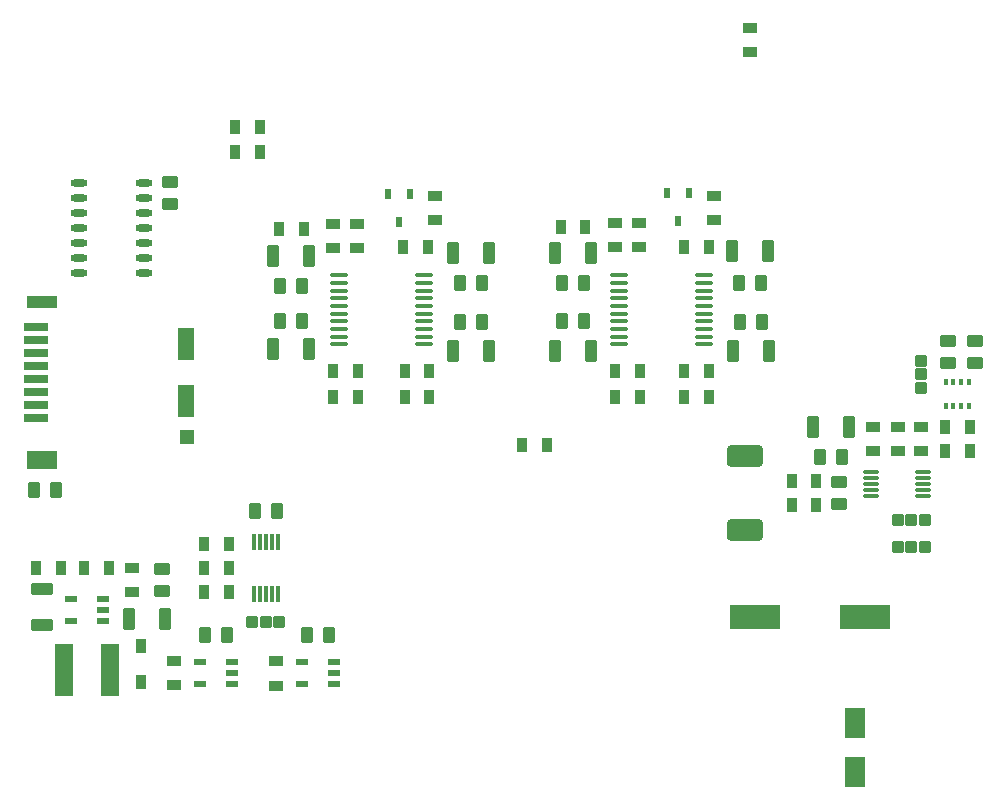
<source format=gtp>
G04*
G04 #@! TF.GenerationSoftware,Altium Limited,Altium Designer,19.0.12 (326)*
G04*
G04 Layer_Color=8421504*
%FSAX44Y44*%
%MOMM*%
G71*
G01*
G75*
%ADD29O,1.4500X0.3000*%
%ADD30R,1.2000X1.2000*%
%ADD31R,2.6000X1.5000*%
%ADD32R,2.6000X1.0000*%
%ADD33R,1.4000X2.7000*%
%ADD34R,2.0000X0.7000*%
G04:AMPARAMS|DCode=35|XSize=0.9mm|YSize=1.2mm|CornerRadius=0.1125mm|HoleSize=0mm|Usage=FLASHONLY|Rotation=270.000|XOffset=0mm|YOffset=0mm|HoleType=Round|Shape=RoundedRectangle|*
%AMROUNDEDRECTD35*
21,1,0.9000,0.9750,0,0,270.0*
21,1,0.6750,1.2000,0,0,270.0*
1,1,0.2250,-0.4875,-0.3375*
1,1,0.2250,-0.4875,0.3375*
1,1,0.2250,0.4875,0.3375*
1,1,0.2250,0.4875,-0.3375*
%
%ADD35ROUNDEDRECTD35*%
G04:AMPARAMS|DCode=36|XSize=0.9mm|YSize=1.2mm|CornerRadius=0.1125mm|HoleSize=0mm|Usage=FLASHONLY|Rotation=180.000|XOffset=0mm|YOffset=0mm|HoleType=Round|Shape=RoundedRectangle|*
%AMROUNDEDRECTD36*
21,1,0.9000,0.9750,0,0,180.0*
21,1,0.6750,1.2000,0,0,180.0*
1,1,0.2250,-0.3375,0.4875*
1,1,0.2250,0.3375,0.4875*
1,1,0.2250,0.3375,-0.4875*
1,1,0.2250,-0.3375,-0.4875*
%
%ADD36ROUNDEDRECTD36*%
G04:AMPARAMS|DCode=37|XSize=0.95mm|YSize=1.4mm|CornerRadius=0.1188mm|HoleSize=0mm|Usage=FLASHONLY|Rotation=270.000|XOffset=0mm|YOffset=0mm|HoleType=Round|Shape=RoundedRectangle|*
%AMROUNDEDRECTD37*
21,1,0.9500,1.1625,0,0,270.0*
21,1,0.7125,1.4000,0,0,270.0*
1,1,0.2375,-0.5813,-0.3563*
1,1,0.2375,-0.5813,0.3563*
1,1,0.2375,0.5813,0.3563*
1,1,0.2375,0.5813,-0.3563*
%
%ADD37ROUNDEDRECTD37*%
%ADD38O,1.4500X0.6000*%
%ADD39R,0.6000X0.9500*%
G04:AMPARAMS|DCode=40|XSize=1mm|YSize=1.8mm|CornerRadius=0.125mm|HoleSize=0mm|Usage=FLASHONLY|Rotation=0.000|XOffset=0mm|YOffset=0mm|HoleType=Round|Shape=RoundedRectangle|*
%AMROUNDEDRECTD40*
21,1,1.0000,1.5500,0,0,0.0*
21,1,0.7500,1.8000,0,0,0.0*
1,1,0.2500,0.3750,-0.7750*
1,1,0.2500,-0.3750,-0.7750*
1,1,0.2500,-0.3750,0.7750*
1,1,0.2500,0.3750,0.7750*
%
%ADD40ROUNDEDRECTD40*%
G04:AMPARAMS|DCode=41|XSize=0.95mm|YSize=1.4mm|CornerRadius=0.1188mm|HoleSize=0mm|Usage=FLASHONLY|Rotation=180.000|XOffset=0mm|YOffset=0mm|HoleType=Round|Shape=RoundedRectangle|*
%AMROUNDEDRECTD41*
21,1,0.9500,1.1625,0,0,180.0*
21,1,0.7125,1.4000,0,0,180.0*
1,1,0.2375,-0.3563,0.5813*
1,1,0.2375,0.3563,0.5813*
1,1,0.2375,0.3563,-0.5813*
1,1,0.2375,-0.3563,-0.5813*
%
%ADD41ROUNDEDRECTD41*%
%ADD42O,1.5500X0.3000*%
G04:AMPARAMS|DCode=43|XSize=1mm|YSize=1mm|CornerRadius=0.15mm|HoleSize=0mm|Usage=FLASHONLY|Rotation=90.000|XOffset=0mm|YOffset=0mm|HoleType=Round|Shape=RoundedRectangle|*
%AMROUNDEDRECTD43*
21,1,1.0000,0.7000,0,0,90.0*
21,1,0.7000,1.0000,0,0,90.0*
1,1,0.3000,0.3500,0.3500*
1,1,0.3000,0.3500,-0.3500*
1,1,0.3000,-0.3500,-0.3500*
1,1,0.3000,-0.3500,0.3500*
%
%ADD43ROUNDEDRECTD43*%
%ADD44R,0.3500X0.5000*%
G04:AMPARAMS|DCode=45|XSize=1.8mm|YSize=3mm|CornerRadius=0.225mm|HoleSize=0mm|Usage=FLASHONLY|Rotation=90.000|XOffset=0mm|YOffset=0mm|HoleType=Round|Shape=RoundedRectangle|*
%AMROUNDEDRECTD45*
21,1,1.8000,2.5500,0,0,90.0*
21,1,1.3500,3.0000,0,0,90.0*
1,1,0.4500,1.2750,0.6750*
1,1,0.4500,1.2750,-0.6750*
1,1,0.4500,-1.2750,-0.6750*
1,1,0.4500,-1.2750,0.6750*
%
%ADD45ROUNDEDRECTD45*%
G04:AMPARAMS|DCode=46|XSize=1mm|YSize=1mm|CornerRadius=0.15mm|HoleSize=0mm|Usage=FLASHONLY|Rotation=0.000|XOffset=0mm|YOffset=0mm|HoleType=Round|Shape=RoundedRectangle|*
%AMROUNDEDRECTD46*
21,1,1.0000,0.7000,0,0,0.0*
21,1,0.7000,1.0000,0,0,0.0*
1,1,0.3000,0.3500,-0.3500*
1,1,0.3000,-0.3500,-0.3500*
1,1,0.3000,-0.3500,0.3500*
1,1,0.3000,0.3500,0.3500*
%
%ADD46ROUNDEDRECTD46*%
%ADD47R,4.3000X2.0500*%
%ADD48R,1.7500X2.6500*%
%ADD49R,0.3000X1.4500*%
%ADD50R,1.0500X0.6000*%
%ADD51R,0.8500X1.2000*%
%ADD52R,1.5500X4.5000*%
G04:AMPARAMS|DCode=53|XSize=1mm|YSize=1.8mm|CornerRadius=0.125mm|HoleSize=0mm|Usage=FLASHONLY|Rotation=90.000|XOffset=0mm|YOffset=0mm|HoleType=Round|Shape=RoundedRectangle|*
%AMROUNDEDRECTD53*
21,1,1.0000,1.5500,0,0,90.0*
21,1,0.7500,1.8000,0,0,90.0*
1,1,0.2500,0.7750,0.3750*
1,1,0.2500,0.7750,-0.3750*
1,1,0.2500,-0.7750,-0.3750*
1,1,0.2500,-0.7750,0.3750*
%
%ADD53ROUNDEDRECTD53*%
D29*
X00827169Y00342380D02*
D03*
Y00337380D02*
D03*
Y00332380D02*
D03*
Y00327380D02*
D03*
Y00322380D02*
D03*
X00871169Y00342380D02*
D03*
Y00337380D02*
D03*
Y00332380D02*
D03*
Y00327380D02*
D03*
Y00322380D02*
D03*
D30*
X00247639Y00372020D02*
D03*
D31*
X00124639Y00353030D02*
D03*
D32*
Y00486530D02*
D03*
D33*
X00246639Y00451530D02*
D03*
Y00402530D02*
D03*
D34*
X00119639Y00465530D02*
D03*
Y00454530D02*
D03*
Y00443530D02*
D03*
Y00432530D02*
D03*
Y00421530D02*
D03*
Y00410530D02*
D03*
Y00399530D02*
D03*
Y00388530D02*
D03*
D35*
X00724460Y00719080D02*
D03*
Y00698080D02*
D03*
X00693980Y00555840D02*
D03*
Y00576840D02*
D03*
X00630480Y00553980D02*
D03*
Y00532980D02*
D03*
X00609820D02*
D03*
Y00553980D02*
D03*
X00457760Y00555840D02*
D03*
Y00576840D02*
D03*
X00391639Y00553000D02*
D03*
Y00532000D02*
D03*
X00371400D02*
D03*
Y00553000D02*
D03*
X00869240Y00381260D02*
D03*
Y00360260D02*
D03*
X00849219Y00381260D02*
D03*
Y00360260D02*
D03*
X00828600Y00381260D02*
D03*
Y00360260D02*
D03*
X00323140Y00182960D02*
D03*
Y00161960D02*
D03*
X00201220Y00240880D02*
D03*
Y00261880D02*
D03*
X00236780Y00183140D02*
D03*
Y00162140D02*
D03*
D36*
X00309419Y00634920D02*
D03*
X00288419D02*
D03*
X00309419Y00613603D02*
D03*
X00288419D02*
D03*
X00689240Y00533320D02*
D03*
X00668240D02*
D03*
X00689240Y00427990D02*
D03*
X00668240D02*
D03*
X00689240Y00406320D02*
D03*
X00668240D02*
D03*
X00609820Y00427990D02*
D03*
X00630820D02*
D03*
X00609820Y00406320D02*
D03*
X00630820D02*
D03*
X00584879Y00550000D02*
D03*
X00563879D02*
D03*
X00451889Y00533320D02*
D03*
X00430889D02*
D03*
X00452939Y00427990D02*
D03*
X00431939D02*
D03*
X00452939Y00406320D02*
D03*
X00431939D02*
D03*
X00371060Y00427990D02*
D03*
X00392060D02*
D03*
X00371060Y00406320D02*
D03*
X00392060D02*
D03*
X00346340Y00548560D02*
D03*
X00325340D02*
D03*
X00910220Y00360600D02*
D03*
X00889220D02*
D03*
X00910220Y00381260D02*
D03*
X00889220D02*
D03*
X00759559Y00315000D02*
D03*
X00780559D02*
D03*
X00759559Y00335000D02*
D03*
X00780559D02*
D03*
X00552080Y00365680D02*
D03*
X00531080D02*
D03*
X00261840Y00241220D02*
D03*
X00282840D02*
D03*
X00261840Y00261540D02*
D03*
X00282840D02*
D03*
X00261840Y00281860D02*
D03*
X00282840D02*
D03*
X00181240Y00261540D02*
D03*
X00160240D02*
D03*
X00140600D02*
D03*
X00119600D02*
D03*
D37*
X00233639Y00588280D02*
D03*
Y00569780D02*
D03*
X00914960Y00435170D02*
D03*
Y00453670D02*
D03*
X00892100Y00435070D02*
D03*
Y00453570D02*
D03*
X00800059Y00334250D02*
D03*
Y00315750D02*
D03*
X00226620Y00242130D02*
D03*
Y00260630D02*
D03*
D38*
X00210889Y00510930D02*
D03*
Y00523630D02*
D03*
Y00536330D02*
D03*
Y00549030D02*
D03*
Y00561730D02*
D03*
Y00574430D02*
D03*
Y00587130D02*
D03*
X00156389Y00510930D02*
D03*
Y00523630D02*
D03*
Y00536330D02*
D03*
Y00549030D02*
D03*
Y00561730D02*
D03*
Y00574430D02*
D03*
Y00587130D02*
D03*
D39*
X00673000Y00578650D02*
D03*
X00654000D02*
D03*
X00663500Y00555150D02*
D03*
X00436780Y00578090D02*
D03*
X00417780D02*
D03*
X00427280Y00554590D02*
D03*
D40*
X00709379Y00530000D02*
D03*
X00739379D02*
D03*
X00710059Y00445000D02*
D03*
X00740059D02*
D03*
X00589600Y00528240D02*
D03*
X00559600D02*
D03*
X00589379Y00445000D02*
D03*
X00559379D02*
D03*
X00473240Y00528240D02*
D03*
X00503240D02*
D03*
X00473240Y00445000D02*
D03*
X00503240D02*
D03*
X00350840Y00446960D02*
D03*
X00320840D02*
D03*
X00350840Y00525700D02*
D03*
X00320840D02*
D03*
X00778040Y00380920D02*
D03*
X00808040D02*
D03*
X00198920Y00218360D02*
D03*
X00228920D02*
D03*
D41*
X00733710Y00502840D02*
D03*
X00715210D02*
D03*
X00734309Y00470000D02*
D03*
X00715809D02*
D03*
X00565350Y00502840D02*
D03*
X00583850D02*
D03*
X00565350Y00470250D02*
D03*
X00583850D02*
D03*
X00497490Y00502750D02*
D03*
X00478990D02*
D03*
X00497490Y00470000D02*
D03*
X00478990D02*
D03*
X00326590Y00470250D02*
D03*
X00345090D02*
D03*
X00326590Y00500300D02*
D03*
X00345090D02*
D03*
X00783790Y00355520D02*
D03*
X00802290D02*
D03*
X00136810Y00327380D02*
D03*
X00118310D02*
D03*
X00305059Y00309800D02*
D03*
X00323559D02*
D03*
X00349450Y00205000D02*
D03*
X00367950D02*
D03*
X00263090D02*
D03*
X00281590D02*
D03*
D42*
X00685629Y00450750D02*
D03*
Y00457250D02*
D03*
Y00463750D02*
D03*
Y00470250D02*
D03*
Y00476750D02*
D03*
Y00483250D02*
D03*
Y00489750D02*
D03*
Y00496250D02*
D03*
Y00502750D02*
D03*
Y00509250D02*
D03*
X00613129Y00450750D02*
D03*
Y00457250D02*
D03*
Y00463750D02*
D03*
Y00470250D02*
D03*
Y00476750D02*
D03*
Y00483250D02*
D03*
Y00489750D02*
D03*
Y00496250D02*
D03*
Y00502750D02*
D03*
Y00509250D02*
D03*
X00375909D02*
D03*
Y00502750D02*
D03*
Y00496250D02*
D03*
Y00489750D02*
D03*
Y00483250D02*
D03*
Y00476750D02*
D03*
Y00470250D02*
D03*
Y00463750D02*
D03*
Y00457250D02*
D03*
Y00450750D02*
D03*
X00448409Y00509250D02*
D03*
Y00502750D02*
D03*
Y00496250D02*
D03*
Y00489750D02*
D03*
Y00483250D02*
D03*
Y00476750D02*
D03*
Y00470250D02*
D03*
Y00463750D02*
D03*
Y00457250D02*
D03*
Y00450750D02*
D03*
D43*
X00869240Y00436800D02*
D03*
Y00413940D02*
D03*
Y00425370D02*
D03*
D44*
X00896470Y00419110D02*
D03*
X00889970D02*
D03*
Y00398610D02*
D03*
X00896470D02*
D03*
X00902970D02*
D03*
X00909470D02*
D03*
X00902970Y00419110D02*
D03*
X00909470D02*
D03*
D45*
X00720059Y00294000D02*
D03*
Y00356000D02*
D03*
D46*
X00872079Y00302180D02*
D03*
X00849219D02*
D03*
X00860649D02*
D03*
X00872079Y00279320D02*
D03*
X00849219D02*
D03*
X00860649D02*
D03*
X00302879Y00215820D02*
D03*
X00325739D02*
D03*
X00314309D02*
D03*
D47*
X00728809Y00220000D02*
D03*
X00821309D02*
D03*
D48*
X00813360Y00130648D02*
D03*
Y00088648D02*
D03*
D49*
X00324309Y00283540D02*
D03*
X00319309D02*
D03*
X00314309D02*
D03*
X00309309D02*
D03*
X00304309D02*
D03*
X00324309Y00239540D02*
D03*
X00319309D02*
D03*
X00314309D02*
D03*
X00309309D02*
D03*
X00304309D02*
D03*
D50*
X00372450Y00162960D02*
D03*
Y00172460D02*
D03*
Y00181960D02*
D03*
X00344950D02*
D03*
Y00162960D02*
D03*
X00286090D02*
D03*
Y00172460D02*
D03*
Y00181960D02*
D03*
X00258590D02*
D03*
Y00162960D02*
D03*
X00176870Y00216480D02*
D03*
Y00225980D02*
D03*
Y00235480D02*
D03*
X00149370D02*
D03*
Y00216480D02*
D03*
D51*
X00208840Y00195510D02*
D03*
Y00165010D02*
D03*
D52*
X00143870Y00175180D02*
D03*
X00182370D02*
D03*
D53*
X00125020Y00213520D02*
D03*
Y00243520D02*
D03*
M02*

</source>
